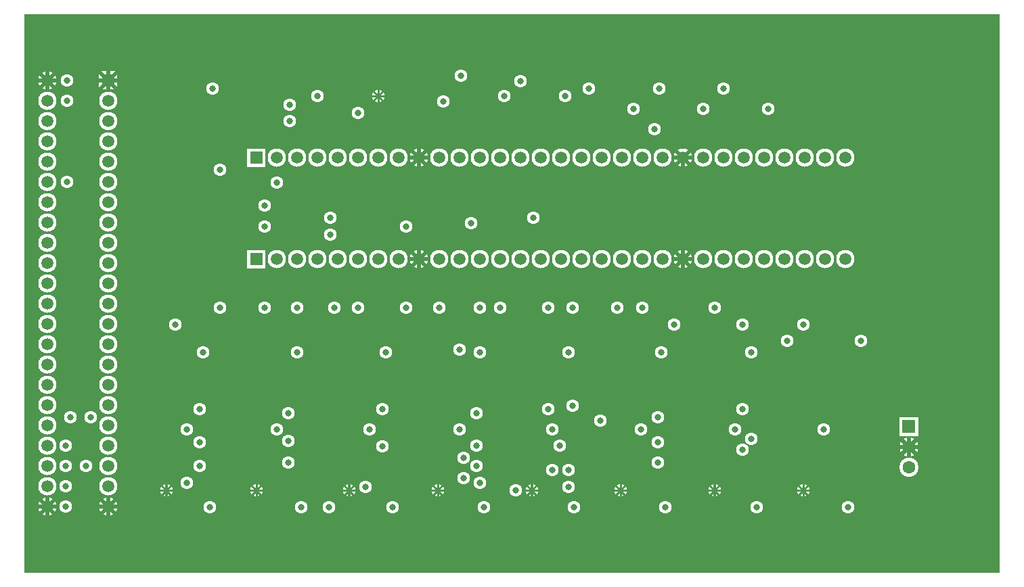
<source format=gbr>
%FSLAX34Y34*%
%MOMM*%
%LNCOPPER_INNER1*%
G71*
G01*
%ADD10C,2.400*%
%ADD11C,1.600*%
%ADD12C,2.300*%
%ADD13C,0.533*%
%ADD14C,0.267*%
%ADD15C,0.500*%
%ADD16C,1.600*%
%ADD17C,0.800*%
%ADD18C,1.500*%
%LPD*%
G36*
X0Y800000D02*
X1220000Y800000D01*
X1220000Y100000D01*
X0Y100000D01*
X0Y800000D01*
G37*
%LPC*%
G36*
X1094488Y295369D02*
X1118488Y295369D01*
X1118488Y271369D01*
X1094488Y271369D01*
X1094488Y295369D01*
G37*
X1106488Y257969D02*
G54D10*
D03*
X1106488Y232569D02*
G54D10*
D03*
X366712Y696913D02*
G54D11*
D03*
X442912Y696913D02*
G54D11*
D03*
X546100Y722312D02*
G54D11*
D03*
X523875Y690562D02*
G54D11*
D03*
X600075Y696912D02*
G54D11*
D03*
X676275Y696912D02*
G54D11*
D03*
X620712Y715962D02*
G54D11*
D03*
X234950Y706438D02*
G54D11*
D03*
X331787Y685800D02*
G54D11*
D03*
X331788Y665956D02*
G54D11*
D03*
X417512Y676275D02*
G54D11*
D03*
X706438Y706438D02*
G54D11*
D03*
X762000Y681038D02*
G54D11*
D03*
X793750Y706438D02*
G54D11*
D03*
X849312Y681038D02*
G54D11*
D03*
X874712Y706438D02*
G54D11*
D03*
X930275Y681038D02*
G54D11*
D03*
X244475Y604838D02*
G54D11*
D03*
X315912Y588962D02*
G54D11*
D03*
X300831Y559594D02*
G54D11*
D03*
X300831Y533400D02*
G54D11*
D03*
X382588Y544512D02*
G54D11*
D03*
X382588Y523875D02*
G54D11*
D03*
X477838Y533400D02*
G54D11*
D03*
X558800Y538162D02*
G54D11*
D03*
X636588Y544512D02*
G54D11*
D03*
X974725Y411162D02*
G54D11*
D03*
X898525Y411162D02*
G54D11*
D03*
X812800Y411162D02*
G54D11*
D03*
X863600Y431800D02*
G54D11*
D03*
X954088Y390525D02*
G54D11*
D03*
X773112Y431800D02*
G54D11*
D03*
X741362Y431800D02*
G54D11*
D03*
X685800Y431800D02*
G54D11*
D03*
X655638Y431800D02*
G54D11*
D03*
X595312Y431800D02*
G54D11*
D03*
X569912Y431800D02*
G54D11*
D03*
X519112Y431800D02*
G54D11*
D03*
X477838Y431800D02*
G54D11*
D03*
X417512Y431800D02*
G54D11*
D03*
X387350Y431800D02*
G54D11*
D03*
X341312Y431800D02*
G54D11*
D03*
X300831Y431800D02*
G54D11*
D03*
X244475Y431800D02*
G54D11*
D03*
X188912Y411162D02*
G54D11*
D03*
X223838Y376237D02*
G54D11*
D03*
X341312Y376237D02*
G54D11*
D03*
X452438Y376237D02*
G54D11*
D03*
X544512Y379412D02*
G54D11*
D03*
X569912Y376237D02*
G54D11*
D03*
X681038Y376237D02*
G54D11*
D03*
X796925Y376237D02*
G54D11*
D03*
X909638Y376237D02*
G54D11*
D03*
X1046162Y390525D02*
G54D11*
D03*
X1000125Y279400D02*
G54D11*
D03*
X889000Y279400D02*
G54D11*
D03*
X909638Y268288D02*
G54D11*
D03*
X898525Y304800D02*
G54D11*
D03*
X974725Y203200D02*
G54D11*
D03*
X863600Y203200D02*
G54D11*
D03*
X792162Y295275D02*
G54D11*
D03*
X771525Y279400D02*
G54D11*
D03*
X792162Y238125D02*
G54D11*
D03*
X746125Y203200D02*
G54D11*
D03*
X801687Y182563D02*
G54D11*
D03*
X915987Y182563D02*
G54D11*
D03*
X687387Y182563D02*
G54D11*
D03*
X635000Y203200D02*
G54D11*
D03*
X1030287Y182563D02*
G54D11*
D03*
X681038Y207962D02*
G54D11*
D03*
X681038Y228600D02*
G54D11*
D03*
X685800Y309562D02*
G54D11*
D03*
X655638Y304800D02*
G54D11*
D03*
X720725Y290512D02*
G54D11*
D03*
X660400Y279400D02*
G54D11*
D03*
X660400Y228600D02*
G54D11*
D03*
X544512Y279400D02*
G54D11*
D03*
X549275Y244475D02*
G54D11*
D03*
X549275Y219075D02*
G54D11*
D03*
X565150Y300038D02*
G54D11*
D03*
X565150Y259556D02*
G54D11*
D03*
X565150Y234156D02*
G54D11*
D03*
X569912Y212725D02*
G54D11*
D03*
X574675Y182563D02*
G54D11*
D03*
X614362Y203200D02*
G54D11*
D03*
X792162Y263525D02*
G54D11*
D03*
X669925Y259556D02*
G54D11*
D03*
X447675Y258762D02*
G54D11*
D03*
X447675Y304800D02*
G54D11*
D03*
X460375Y182563D02*
G54D11*
D03*
X517525Y203200D02*
G54D11*
D03*
X431800Y279400D02*
G54D11*
D03*
X427038Y207962D02*
G54D11*
D03*
X406400Y203200D02*
G54D11*
D03*
X381000Y182562D02*
G54D11*
D03*
X346075Y182563D02*
G54D11*
D03*
X231775Y182563D02*
G54D11*
D03*
X290513Y203200D02*
G54D11*
D03*
X330200Y238125D02*
G54D11*
D03*
X330200Y265112D02*
G54D11*
D03*
X330200Y300038D02*
G54D11*
D03*
X315912Y279400D02*
G54D11*
D03*
X219075Y304800D02*
G54D11*
D03*
X219075Y263525D02*
G54D11*
D03*
X219075Y234156D02*
G54D11*
D03*
X203200Y212725D02*
G54D11*
D03*
X177800Y203200D02*
G54D11*
D03*
X203200Y279400D02*
G54D11*
D03*
X898525Y254000D02*
G54D11*
D03*
G36*
X278668Y504503D02*
X301668Y504503D01*
X301668Y481503D01*
X278668Y481503D01*
X278668Y504503D01*
G37*
X315568Y493003D02*
G54D12*
D03*
X340968Y493003D02*
G54D12*
D03*
X366368Y493003D02*
G54D12*
D03*
X391768Y493003D02*
G54D12*
D03*
X417168Y493003D02*
G54D12*
D03*
X442568Y493003D02*
G54D12*
D03*
X467968Y493003D02*
G54D12*
D03*
X493368Y493003D02*
G54D12*
D03*
X518768Y493003D02*
G54D12*
D03*
X544168Y493003D02*
G54D12*
D03*
X569568Y493003D02*
G54D12*
D03*
X594968Y493003D02*
G54D12*
D03*
X620368Y493003D02*
G54D12*
D03*
X645768Y493003D02*
G54D12*
D03*
X671168Y493003D02*
G54D12*
D03*
X696568Y493003D02*
G54D12*
D03*
X721968Y493003D02*
G54D12*
D03*
X747368Y493003D02*
G54D12*
D03*
X772768Y493003D02*
G54D12*
D03*
X798168Y493003D02*
G54D12*
D03*
X823568Y493003D02*
G54D12*
D03*
X848968Y493003D02*
G54D12*
D03*
X874368Y493003D02*
G54D12*
D03*
X899768Y493003D02*
G54D12*
D03*
X925168Y493003D02*
G54D12*
D03*
X950568Y493003D02*
G54D12*
D03*
X975968Y493003D02*
G54D12*
D03*
X1001368Y493003D02*
G54D12*
D03*
X1026767Y493003D02*
G54D12*
D03*
G36*
X278668Y631503D02*
X301668Y631503D01*
X301668Y608503D01*
X278668Y608503D01*
X278668Y631503D01*
G37*
X315568Y620003D02*
G54D12*
D03*
X340968Y620003D02*
G54D12*
D03*
X366368Y620003D02*
G54D12*
D03*
X391768Y620003D02*
G54D12*
D03*
X417168Y620003D02*
G54D12*
D03*
X442568Y620003D02*
G54D12*
D03*
X467968Y620003D02*
G54D12*
D03*
X493368Y620003D02*
G54D12*
D03*
X518768Y620003D02*
G54D12*
D03*
X544168Y620003D02*
G54D12*
D03*
X569568Y620003D02*
G54D12*
D03*
X594968Y620003D02*
G54D12*
D03*
X620368Y620003D02*
G54D12*
D03*
X645768Y620003D02*
G54D12*
D03*
X671168Y620003D02*
G54D12*
D03*
X696568Y620003D02*
G54D12*
D03*
X721968Y620003D02*
G54D12*
D03*
X747368Y620003D02*
G54D12*
D03*
X772768Y620003D02*
G54D12*
D03*
X798168Y620003D02*
G54D12*
D03*
X823567Y620003D02*
G54D12*
D03*
X848968Y620003D02*
G54D12*
D03*
X874368Y620003D02*
G54D12*
D03*
X899768Y620003D02*
G54D12*
D03*
X925168Y620003D02*
G54D12*
D03*
X950568Y620003D02*
G54D12*
D03*
X975968Y620003D02*
G54D12*
D03*
X1001368Y620003D02*
G54D12*
D03*
X1026767Y620003D02*
G54D12*
D03*
G36*
X116209Y728256D02*
X116209Y705256D01*
X93209Y705256D01*
X93209Y728256D01*
X116209Y728256D01*
G37*
X28510Y716756D02*
G54D12*
D03*
X104709Y691356D02*
G54D12*
D03*
X28510Y691356D02*
G54D12*
D03*
X104709Y665956D02*
G54D12*
D03*
X28509Y665956D02*
G54D12*
D03*
X104709Y640556D02*
G54D12*
D03*
X28509Y640556D02*
G54D12*
D03*
X104709Y615156D02*
G54D12*
D03*
X28509Y615156D02*
G54D12*
D03*
X104709Y589756D02*
G54D12*
D03*
X28509Y589756D02*
G54D12*
D03*
X104709Y564356D02*
G54D12*
D03*
X28509Y564356D02*
G54D12*
D03*
X104709Y538956D02*
G54D12*
D03*
X28509Y538956D02*
G54D12*
D03*
X104709Y513556D02*
G54D12*
D03*
X28509Y513556D02*
G54D12*
D03*
X104709Y488156D02*
G54D12*
D03*
X28509Y488156D02*
G54D12*
D03*
X104709Y462756D02*
G54D12*
D03*
X28509Y462756D02*
G54D12*
D03*
X104709Y437356D02*
G54D12*
D03*
X28509Y437356D02*
G54D12*
D03*
X104709Y411956D02*
G54D12*
D03*
X28509Y411956D02*
G54D12*
D03*
X104709Y386556D02*
G54D12*
D03*
X28509Y386556D02*
G54D12*
D03*
X104709Y361156D02*
G54D12*
D03*
X28509Y361156D02*
G54D12*
D03*
X104709Y335756D02*
G54D12*
D03*
X28509Y335756D02*
G54D12*
D03*
X104709Y310356D02*
G54D12*
D03*
X28509Y310356D02*
G54D12*
D03*
X104709Y284956D02*
G54D12*
D03*
X28509Y284956D02*
G54D12*
D03*
X104709Y259556D02*
G54D12*
D03*
X28509Y259556D02*
G54D12*
D03*
X104709Y234156D02*
G54D12*
D03*
X28509Y234156D02*
G54D12*
D03*
X104709Y208755D02*
G54D12*
D03*
X28510Y208755D02*
G54D12*
D03*
X104709Y183356D02*
G54D12*
D03*
X28510Y183356D02*
G54D12*
D03*
X788194Y655638D02*
G54D11*
D03*
X51594Y208756D02*
G54D11*
D03*
X51594Y183356D02*
G54D11*
D03*
X51594Y234156D02*
G54D11*
D03*
X51594Y259556D02*
G54D11*
D03*
X76994Y234156D02*
G54D11*
D03*
X57150Y295275D02*
G54D11*
D03*
X82550Y295275D02*
G54D11*
D03*
X53181Y716756D02*
G54D11*
D03*
X53181Y691356D02*
G54D11*
D03*
X53181Y589756D02*
G54D11*
D03*
%LPD*%
G54D13*
G36*
X1103821Y257969D02*
X1103821Y270469D01*
X1109155Y270469D01*
X1109155Y257969D01*
X1103821Y257969D01*
G37*
G36*
X1104602Y259855D02*
X1113441Y268693D01*
X1117212Y264922D01*
X1108374Y256083D01*
X1104602Y259855D01*
G37*
G36*
X1106488Y260636D02*
X1118988Y260636D01*
X1118988Y255302D01*
X1106488Y255302D01*
X1106488Y260636D01*
G37*
G36*
X1108374Y259855D02*
X1117212Y251016D01*
X1113441Y247245D01*
X1104602Y256083D01*
X1108374Y259855D01*
G37*
G36*
X1109155Y257969D02*
X1109155Y245469D01*
X1103821Y245469D01*
X1103821Y257969D01*
X1109155Y257969D01*
G37*
G36*
X1108374Y256083D02*
X1099535Y247245D01*
X1095764Y251016D01*
X1104602Y259855D01*
X1108374Y256083D01*
G37*
G36*
X1106488Y255302D02*
X1093988Y255302D01*
X1093988Y260636D01*
X1106488Y260636D01*
X1106488Y255302D01*
G37*
G36*
X1104602Y256083D02*
X1095764Y264922D01*
X1099535Y268693D01*
X1108374Y259855D01*
X1104602Y256083D01*
G37*
G54D14*
G54D14*
G36*
X441579Y696913D02*
X441579Y705413D01*
X444245Y705413D01*
X444245Y696913D01*
X441579Y696913D01*
G37*
G36*
X441969Y697856D02*
X447980Y703866D01*
X449865Y701981D01*
X443855Y695970D01*
X441969Y697856D01*
G37*
G36*
X442912Y698246D02*
X451412Y698246D01*
X451412Y695580D01*
X442912Y695580D01*
X442912Y698246D01*
G37*
G36*
X443855Y697856D02*
X449865Y691845D01*
X447980Y689960D01*
X441969Y695970D01*
X443855Y697856D01*
G37*
G36*
X444245Y696913D02*
X444245Y688413D01*
X441579Y688413D01*
X441579Y696913D01*
X444245Y696913D01*
G37*
G36*
X443855Y695970D02*
X437844Y689960D01*
X435959Y691845D01*
X441969Y697856D01*
X443855Y695970D01*
G37*
G36*
X442912Y695580D02*
X434412Y695580D01*
X434412Y698246D01*
X442912Y698246D01*
X442912Y695580D01*
G37*
G36*
X441969Y695970D02*
X435959Y701981D01*
X437844Y703866D01*
X443855Y697856D01*
X441969Y695970D01*
G37*
G54D14*
G54D14*
G54D14*
G54D14*
G54D14*
G54D14*
G54D14*
G54D14*
G54D14*
G36*
X973392Y203200D02*
X973392Y211700D01*
X976058Y211700D01*
X976058Y203200D01*
X973392Y203200D01*
G37*
G36*
X973782Y204143D02*
X979793Y210153D01*
X981678Y208268D01*
X975668Y202257D01*
X973782Y204143D01*
G37*
G36*
X974725Y204533D02*
X983225Y204533D01*
X983225Y201867D01*
X974725Y201867D01*
X974725Y204533D01*
G37*
G36*
X975668Y204143D02*
X981678Y198132D01*
X979793Y196247D01*
X973782Y202257D01*
X975668Y204143D01*
G37*
G36*
X976058Y203200D02*
X976058Y194700D01*
X973392Y194700D01*
X973392Y203200D01*
X976058Y203200D01*
G37*
G36*
X975668Y202257D02*
X969657Y196247D01*
X967772Y198132D01*
X973782Y204143D01*
X975668Y202257D01*
G37*
G36*
X974725Y201867D02*
X966225Y201867D01*
X966225Y204533D01*
X974725Y204533D01*
X974725Y201867D01*
G37*
G36*
X973782Y202257D02*
X967772Y208268D01*
X969657Y210153D01*
X975668Y204143D01*
X973782Y202257D01*
G37*
G54D14*
G36*
X862267Y203200D02*
X862267Y211700D01*
X864933Y211700D01*
X864933Y203200D01*
X862267Y203200D01*
G37*
G36*
X862657Y204143D02*
X868668Y210153D01*
X870553Y208268D01*
X864543Y202257D01*
X862657Y204143D01*
G37*
G36*
X863600Y204533D02*
X872100Y204533D01*
X872100Y201867D01*
X863600Y201867D01*
X863600Y204533D01*
G37*
G36*
X864543Y204143D02*
X870553Y198132D01*
X868668Y196247D01*
X862657Y202257D01*
X864543Y204143D01*
G37*
G36*
X864933Y203200D02*
X864933Y194700D01*
X862267Y194700D01*
X862267Y203200D01*
X864933Y203200D01*
G37*
G36*
X864543Y202257D02*
X858532Y196247D01*
X856647Y198132D01*
X862657Y204143D01*
X864543Y202257D01*
G37*
G36*
X863600Y201867D02*
X855100Y201867D01*
X855100Y204533D01*
X863600Y204533D01*
X863600Y201867D01*
G37*
G36*
X862657Y202257D02*
X856647Y208268D01*
X858532Y210153D01*
X864543Y204143D01*
X862657Y202257D01*
G37*
G54D14*
G36*
X744792Y203200D02*
X744792Y211700D01*
X747458Y211700D01*
X747458Y203200D01*
X744792Y203200D01*
G37*
G36*
X745182Y204143D02*
X751193Y210153D01*
X753078Y208268D01*
X747068Y202257D01*
X745182Y204143D01*
G37*
G36*
X746125Y204533D02*
X754625Y204533D01*
X754625Y201867D01*
X746125Y201867D01*
X746125Y204533D01*
G37*
G36*
X747068Y204143D02*
X753078Y198132D01*
X751193Y196247D01*
X745182Y202257D01*
X747068Y204143D01*
G37*
G36*
X747458Y203200D02*
X747458Y194700D01*
X744792Y194700D01*
X744792Y203200D01*
X747458Y203200D01*
G37*
G36*
X747068Y202257D02*
X741057Y196247D01*
X739172Y198132D01*
X745182Y204143D01*
X747068Y202257D01*
G37*
G36*
X746125Y201867D02*
X737625Y201867D01*
X737625Y204533D01*
X746125Y204533D01*
X746125Y201867D01*
G37*
G36*
X745182Y202257D02*
X739172Y208268D01*
X741057Y210153D01*
X747068Y204143D01*
X745182Y202257D01*
G37*
G54D14*
G54D14*
G54D14*
G54D14*
G36*
X633667Y203200D02*
X633667Y211700D01*
X636333Y211700D01*
X636333Y203200D01*
X633667Y203200D01*
G37*
G36*
X634057Y204143D02*
X640068Y210153D01*
X641953Y208268D01*
X635943Y202257D01*
X634057Y204143D01*
G37*
G36*
X635000Y204533D02*
X643500Y204533D01*
X643500Y201867D01*
X635000Y201867D01*
X635000Y204533D01*
G37*
G36*
X635943Y204143D02*
X641953Y198132D01*
X640068Y196247D01*
X634057Y202257D01*
X635943Y204143D01*
G37*
G36*
X636333Y203200D02*
X636333Y194700D01*
X633667Y194700D01*
X633667Y203200D01*
X636333Y203200D01*
G37*
G36*
X635943Y202257D02*
X629932Y196247D01*
X628047Y198132D01*
X634057Y204143D01*
X635943Y202257D01*
G37*
G36*
X635000Y201867D02*
X626500Y201867D01*
X626500Y204533D01*
X635000Y204533D01*
X635000Y201867D01*
G37*
G36*
X634057Y202257D02*
X628047Y208268D01*
X629932Y210153D01*
X635943Y204143D01*
X634057Y202257D01*
G37*
G54D14*
G54D14*
G54D14*
G54D14*
G36*
X516192Y203200D02*
X516192Y211700D01*
X518858Y211700D01*
X518858Y203200D01*
X516192Y203200D01*
G37*
G36*
X516582Y204143D02*
X522593Y210153D01*
X524478Y208268D01*
X518468Y202257D01*
X516582Y204143D01*
G37*
G36*
X517525Y204533D02*
X526025Y204533D01*
X526025Y201867D01*
X517525Y201867D01*
X517525Y204533D01*
G37*
G36*
X518468Y204143D02*
X524478Y198132D01*
X522593Y196247D01*
X516582Y202257D01*
X518468Y204143D01*
G37*
G36*
X518858Y203200D02*
X518858Y194700D01*
X516192Y194700D01*
X516192Y203200D01*
X518858Y203200D01*
G37*
G36*
X518468Y202257D02*
X512457Y196247D01*
X510572Y198132D01*
X516582Y204143D01*
X518468Y202257D01*
G37*
G36*
X517525Y201867D02*
X509025Y201867D01*
X509025Y204533D01*
X517525Y204533D01*
X517525Y201867D01*
G37*
G36*
X516582Y202257D02*
X510572Y208268D01*
X512457Y210153D01*
X518468Y204143D01*
X516582Y202257D01*
G37*
G54D14*
G36*
X405067Y203200D02*
X405067Y211700D01*
X407733Y211700D01*
X407733Y203200D01*
X405067Y203200D01*
G37*
G36*
X405457Y204143D02*
X411468Y210153D01*
X413353Y208268D01*
X407343Y202257D01*
X405457Y204143D01*
G37*
G36*
X406400Y204533D02*
X414900Y204533D01*
X414900Y201867D01*
X406400Y201867D01*
X406400Y204533D01*
G37*
G36*
X407343Y204143D02*
X413353Y198132D01*
X411468Y196247D01*
X405457Y202257D01*
X407343Y204143D01*
G37*
G36*
X407733Y203200D02*
X407733Y194700D01*
X405067Y194700D01*
X405067Y203200D01*
X407733Y203200D01*
G37*
G36*
X407343Y202257D02*
X401332Y196247D01*
X399447Y198132D01*
X405457Y204143D01*
X407343Y202257D01*
G37*
G36*
X406400Y201867D02*
X397900Y201867D01*
X397900Y204533D01*
X406400Y204533D01*
X406400Y201867D01*
G37*
G36*
X405457Y202257D02*
X399447Y208268D01*
X401332Y210153D01*
X407343Y204143D01*
X405457Y202257D01*
G37*
G54D14*
G54D14*
G54D14*
G36*
X289180Y203200D02*
X289180Y211700D01*
X291846Y211700D01*
X291846Y203200D01*
X289180Y203200D01*
G37*
G36*
X289570Y204143D02*
X295581Y210153D01*
X297466Y208268D01*
X291456Y202257D01*
X289570Y204143D01*
G37*
G36*
X290513Y204533D02*
X299013Y204533D01*
X299013Y201867D01*
X290513Y201867D01*
X290513Y204533D01*
G37*
G36*
X291456Y204143D02*
X297466Y198132D01*
X295581Y196247D01*
X289570Y202257D01*
X291456Y204143D01*
G37*
G36*
X291846Y203200D02*
X291846Y194700D01*
X289180Y194700D01*
X289180Y203200D01*
X291846Y203200D01*
G37*
G36*
X291456Y202257D02*
X285445Y196247D01*
X283560Y198132D01*
X289570Y204143D01*
X291456Y202257D01*
G37*
G36*
X290513Y201867D02*
X282013Y201867D01*
X282013Y204533D01*
X290513Y204533D01*
X290513Y201867D01*
G37*
G36*
X289570Y202257D02*
X283560Y208268D01*
X285445Y210153D01*
X291456Y204143D01*
X289570Y202257D01*
G37*
G54D14*
G36*
X176467Y203200D02*
X176467Y211700D01*
X179133Y211700D01*
X179133Y203200D01*
X176467Y203200D01*
G37*
G36*
X176857Y204143D02*
X182868Y210153D01*
X184753Y208268D01*
X178743Y202257D01*
X176857Y204143D01*
G37*
G36*
X177800Y204533D02*
X186300Y204533D01*
X186300Y201867D01*
X177800Y201867D01*
X177800Y204533D01*
G37*
G36*
X178743Y204143D02*
X184753Y198132D01*
X182868Y196247D01*
X176857Y202257D01*
X178743Y204143D01*
G37*
G36*
X179133Y203200D02*
X179133Y194700D01*
X176467Y194700D01*
X176467Y203200D01*
X179133Y203200D01*
G37*
G36*
X178743Y202257D02*
X172732Y196247D01*
X170847Y198132D01*
X176857Y204143D01*
X178743Y202257D01*
G37*
G36*
X177800Y201867D02*
X169300Y201867D01*
X169300Y204533D01*
X177800Y204533D01*
X177800Y201867D01*
G37*
G36*
X176857Y202257D02*
X170847Y208268D01*
X172732Y210153D01*
X178743Y204143D01*
X176857Y202257D01*
G37*
G54D15*
G54D15*
G36*
X490868Y493003D02*
X490868Y505003D01*
X495868Y505003D01*
X495868Y493003D01*
X490868Y493003D01*
G37*
G36*
X491600Y494771D02*
X500086Y503256D01*
X503621Y499720D01*
X495136Y491235D01*
X491600Y494771D01*
G37*
G36*
X493368Y495503D02*
X505368Y495503D01*
X505368Y490503D01*
X493368Y490503D01*
X493368Y495503D01*
G37*
G36*
X495136Y494771D02*
X503621Y486285D01*
X500086Y482750D01*
X491600Y491235D01*
X495136Y494771D01*
G37*
G36*
X495868Y493003D02*
X495868Y481003D01*
X490868Y481003D01*
X490868Y493003D01*
X495868Y493003D01*
G37*
G36*
X495136Y491235D02*
X486651Y482750D01*
X483115Y486285D01*
X491600Y494771D01*
X495136Y491235D01*
G37*
G36*
X493368Y490503D02*
X481368Y490503D01*
X481368Y495503D01*
X493368Y495503D01*
X493368Y490503D01*
G37*
G36*
X491600Y491235D02*
X483115Y499720D01*
X486651Y503256D01*
X495136Y494771D01*
X491600Y491235D01*
G37*
G54D15*
G36*
X821068Y493003D02*
X821068Y505003D01*
X826068Y505003D01*
X826068Y493003D01*
X821068Y493003D01*
G37*
G36*
X821800Y494771D02*
X830286Y503256D01*
X833821Y499721D01*
X825336Y491235D01*
X821800Y494771D01*
G37*
G36*
X823568Y495503D02*
X835568Y495503D01*
X835568Y490503D01*
X823568Y490503D01*
X823568Y495503D01*
G37*
G36*
X825336Y494771D02*
X833821Y486285D01*
X830286Y482750D01*
X821800Y491235D01*
X825336Y494771D01*
G37*
G36*
X826068Y493003D02*
X826068Y481003D01*
X821068Y481003D01*
X821068Y493003D01*
X826068Y493003D01*
G37*
G36*
X825336Y491235D02*
X816850Y482750D01*
X813315Y486285D01*
X821800Y494771D01*
X825336Y491235D01*
G37*
G36*
X823568Y490503D02*
X811568Y490503D01*
X811568Y495503D01*
X823568Y495503D01*
X823568Y490503D01*
G37*
G36*
X821800Y491235D02*
X813315Y499721D01*
X816850Y503256D01*
X825336Y494771D01*
X821800Y491235D01*
G37*
G54D15*
G54D15*
G54D15*
G36*
X490868Y620003D02*
X490868Y632003D01*
X495868Y632003D01*
X495868Y620003D01*
X490868Y620003D01*
G37*
G36*
X491600Y621771D02*
X500086Y630256D01*
X503621Y626720D01*
X495136Y618235D01*
X491600Y621771D01*
G37*
G36*
X493368Y622503D02*
X505368Y622503D01*
X505368Y617503D01*
X493368Y617503D01*
X493368Y622503D01*
G37*
G36*
X495136Y621771D02*
X503621Y613285D01*
X500086Y609750D01*
X491600Y618235D01*
X495136Y621771D01*
G37*
G36*
X495868Y620003D02*
X495868Y608003D01*
X490868Y608003D01*
X490868Y620003D01*
X495868Y620003D01*
G37*
G36*
X495136Y618235D02*
X486651Y609750D01*
X483115Y613285D01*
X491600Y621771D01*
X495136Y618235D01*
G37*
G36*
X493368Y617503D02*
X481368Y617503D01*
X481368Y622503D01*
X493368Y622503D01*
X493368Y617503D01*
G37*
G36*
X491600Y618235D02*
X483115Y626720D01*
X486651Y630256D01*
X495136Y621771D01*
X491600Y618235D01*
G37*
G54D15*
G36*
X821800Y621771D02*
X830285Y630256D01*
X833820Y626720D01*
X825335Y618235D01*
X821800Y621771D01*
G37*
G36*
X823567Y622503D02*
X835567Y622503D01*
X835567Y617503D01*
X823567Y617503D01*
X823567Y622503D01*
G37*
G36*
X825335Y621771D02*
X833820Y613285D01*
X830285Y609750D01*
X821800Y618235D01*
X825335Y621771D01*
G37*
G36*
X826067Y620003D02*
X826067Y608003D01*
X821067Y608003D01*
X821067Y620003D01*
X826067Y620003D01*
G37*
G36*
X825335Y618235D02*
X816850Y609750D01*
X813314Y613285D01*
X821800Y621771D01*
X825335Y618235D01*
G37*
G36*
X823567Y617503D02*
X811567Y617503D01*
X811567Y622503D01*
X823567Y622503D01*
X823567Y617503D01*
G37*
G36*
X821800Y618235D02*
X813314Y626720D01*
X816850Y630256D01*
X825335Y621771D01*
X821800Y618235D01*
G37*
G54D15*
G54D15*
G36*
X104709Y719256D02*
X116709Y719256D01*
X116709Y714256D01*
X104709Y714256D01*
X104709Y719256D01*
G37*
G36*
X106477Y718524D02*
X118330Y706670D01*
X114795Y703135D01*
X102941Y714988D01*
X106477Y718524D01*
G37*
G36*
X107209Y716756D02*
X107209Y704756D01*
X102209Y704756D01*
X102209Y716756D01*
X107209Y716756D01*
G37*
G36*
X106477Y714988D02*
X94623Y703135D01*
X91087Y706670D01*
X102941Y718524D01*
X106477Y714988D01*
G37*
G36*
X104709Y714256D02*
X92709Y714256D01*
X92709Y719256D01*
X104709Y719256D01*
X104709Y714256D01*
G37*
G36*
X102941Y714988D02*
X91087Y726842D01*
X94623Y730378D01*
X106477Y718524D01*
X102941Y714988D01*
G37*
G36*
X102209Y716756D02*
X102209Y728756D01*
X107209Y728756D01*
X107209Y716756D01*
X102209Y716756D01*
G37*
G36*
X102941Y718524D02*
X114795Y730378D01*
X118330Y726842D01*
X106477Y714988D01*
X102941Y718524D01*
G37*
G54D15*
G36*
X28510Y719256D02*
X40510Y719256D01*
X40510Y714256D01*
X28510Y714256D01*
X28510Y719256D01*
G37*
G36*
X30277Y718524D02*
X38763Y710039D01*
X35227Y706503D01*
X26742Y714988D01*
X30277Y718524D01*
G37*
G36*
X31010Y716756D02*
X31010Y704756D01*
X26010Y704756D01*
X26010Y716756D01*
X31010Y716756D01*
G37*
G36*
X30277Y714988D02*
X21792Y706503D01*
X18257Y710039D01*
X26742Y718524D01*
X30277Y714988D01*
G37*
G36*
X28510Y714256D02*
X16510Y714256D01*
X16510Y719256D01*
X28510Y719256D01*
X28510Y714256D01*
G37*
G36*
X26742Y714988D02*
X18257Y723474D01*
X21792Y727009D01*
X30277Y718524D01*
X26742Y714988D01*
G37*
G36*
X26010Y716756D02*
X26010Y728756D01*
X31010Y728756D01*
X31010Y716756D01*
X26010Y716756D01*
G37*
G36*
X26742Y718524D02*
X35227Y727009D01*
X38763Y723474D01*
X30277Y714988D01*
X26742Y718524D01*
G37*
G54D15*
G54D15*
G54D15*
G54D15*
G54D15*
G36*
X104709Y185856D02*
X116709Y185856D01*
X116709Y180856D01*
X104709Y180856D01*
X104709Y185856D01*
G37*
G36*
X106477Y185124D02*
X114962Y176639D01*
X111426Y173103D01*
X102941Y181588D01*
X106477Y185124D01*
G37*
G36*
X107209Y183356D02*
X107209Y171356D01*
X102209Y171356D01*
X102209Y183356D01*
X107209Y183356D01*
G37*
G36*
X106477Y181588D02*
X97991Y173103D01*
X94456Y176639D01*
X102941Y185124D01*
X106477Y181588D01*
G37*
G36*
X104709Y180856D02*
X92709Y180856D01*
X92709Y185856D01*
X104709Y185856D01*
X104709Y180856D01*
G37*
G36*
X102941Y181588D02*
X94456Y190074D01*
X97991Y193609D01*
X106477Y185124D01*
X102941Y181588D01*
G37*
G36*
X102209Y183356D02*
X102209Y195356D01*
X107209Y195356D01*
X107209Y183356D01*
X102209Y183356D01*
G37*
G36*
X102941Y185124D02*
X111426Y193609D01*
X114962Y190074D01*
X106477Y181588D01*
X102941Y185124D01*
G37*
G54D15*
G36*
X28510Y185856D02*
X40510Y185856D01*
X40510Y180856D01*
X28510Y180856D01*
X28510Y185856D01*
G37*
G36*
X30277Y185124D02*
X38763Y176639D01*
X35227Y173103D01*
X26742Y181588D01*
X30277Y185124D01*
G37*
G36*
X31010Y183356D02*
X31010Y171356D01*
X26010Y171356D01*
X26010Y183356D01*
X31010Y183356D01*
G37*
G36*
X30277Y181588D02*
X21792Y173103D01*
X18257Y176639D01*
X26742Y185124D01*
X30277Y181588D01*
G37*
G36*
X28510Y180856D02*
X16510Y180856D01*
X16510Y185856D01*
X28510Y185856D01*
X28510Y180856D01*
G37*
G36*
X26742Y181588D02*
X18257Y190074D01*
X21792Y193609D01*
X30277Y185124D01*
X26742Y181588D01*
G37*
G36*
X26010Y183356D02*
X26010Y195356D01*
X31010Y195356D01*
X31010Y183356D01*
X26010Y183356D01*
G37*
G36*
X26742Y185124D02*
X35227Y193609D01*
X38763Y190074D01*
X30277Y181588D01*
X26742Y185124D01*
G37*
G36*
X1098488Y291369D02*
X1114488Y291369D01*
X1114488Y275369D01*
X1098488Y275369D01*
X1098488Y291369D01*
G37*
X1106488Y257969D02*
G54D16*
D03*
X1106488Y232569D02*
G54D16*
D03*
X366712Y696913D02*
G54D17*
D03*
X442912Y696913D02*
G54D17*
D03*
X546100Y722312D02*
G54D17*
D03*
X523875Y690562D02*
G54D17*
D03*
X600075Y696912D02*
G54D17*
D03*
X676275Y696912D02*
G54D17*
D03*
X620712Y715962D02*
G54D17*
D03*
X234950Y706438D02*
G54D17*
D03*
X331787Y685800D02*
G54D17*
D03*
X331788Y665956D02*
G54D17*
D03*
X417512Y676275D02*
G54D17*
D03*
X706438Y706438D02*
G54D17*
D03*
X762000Y681038D02*
G54D17*
D03*
X793750Y706438D02*
G54D17*
D03*
X849312Y681038D02*
G54D17*
D03*
X874712Y706438D02*
G54D17*
D03*
X930275Y681038D02*
G54D17*
D03*
X244475Y604838D02*
G54D17*
D03*
X315912Y588962D02*
G54D17*
D03*
X300831Y559594D02*
G54D17*
D03*
X300831Y533400D02*
G54D17*
D03*
X382588Y544512D02*
G54D17*
D03*
X382588Y523875D02*
G54D17*
D03*
X477838Y533400D02*
G54D17*
D03*
X558800Y538162D02*
G54D17*
D03*
X636588Y544512D02*
G54D17*
D03*
X974725Y411162D02*
G54D17*
D03*
X898525Y411162D02*
G54D17*
D03*
X812800Y411162D02*
G54D17*
D03*
X863600Y431800D02*
G54D17*
D03*
X954088Y390525D02*
G54D17*
D03*
X773112Y431800D02*
G54D17*
D03*
X741362Y431800D02*
G54D17*
D03*
X685800Y431800D02*
G54D17*
D03*
X655638Y431800D02*
G54D17*
D03*
X595312Y431800D02*
G54D17*
D03*
X569912Y431800D02*
G54D17*
D03*
X519112Y431800D02*
G54D17*
D03*
X477838Y431800D02*
G54D17*
D03*
X417512Y431800D02*
G54D17*
D03*
X387350Y431800D02*
G54D17*
D03*
X341312Y431800D02*
G54D17*
D03*
X300831Y431800D02*
G54D17*
D03*
X244475Y431800D02*
G54D17*
D03*
X188912Y411162D02*
G54D17*
D03*
X223838Y376237D02*
G54D17*
D03*
X341312Y376237D02*
G54D17*
D03*
X452438Y376237D02*
G54D17*
D03*
X544512Y379412D02*
G54D17*
D03*
X569912Y376237D02*
G54D17*
D03*
X681038Y376237D02*
G54D17*
D03*
X796925Y376237D02*
G54D17*
D03*
X909638Y376237D02*
G54D17*
D03*
X1046162Y390525D02*
G54D17*
D03*
X1000125Y279400D02*
G54D17*
D03*
X889000Y279400D02*
G54D17*
D03*
X909638Y268288D02*
G54D17*
D03*
X898525Y304800D02*
G54D17*
D03*
X974725Y203200D02*
G54D17*
D03*
X863600Y203200D02*
G54D17*
D03*
X792162Y295275D02*
G54D17*
D03*
X771525Y279400D02*
G54D17*
D03*
X792162Y238125D02*
G54D17*
D03*
X746125Y203200D02*
G54D17*
D03*
X801687Y182563D02*
G54D17*
D03*
X915987Y182563D02*
G54D17*
D03*
X687387Y182563D02*
G54D17*
D03*
X635000Y203200D02*
G54D17*
D03*
X1030287Y182563D02*
G54D17*
D03*
X681038Y207962D02*
G54D17*
D03*
X681038Y228600D02*
G54D17*
D03*
X685800Y309562D02*
G54D17*
D03*
X655638Y304800D02*
G54D17*
D03*
X720725Y290512D02*
G54D17*
D03*
X660400Y279400D02*
G54D17*
D03*
X660400Y228600D02*
G54D17*
D03*
X544512Y279400D02*
G54D17*
D03*
X549275Y244475D02*
G54D17*
D03*
X549275Y219075D02*
G54D17*
D03*
X565150Y300038D02*
G54D17*
D03*
X565150Y259556D02*
G54D17*
D03*
X565150Y234156D02*
G54D17*
D03*
X569912Y212725D02*
G54D17*
D03*
X574675Y182563D02*
G54D17*
D03*
X614362Y203200D02*
G54D17*
D03*
X792162Y263525D02*
G54D17*
D03*
X669925Y259556D02*
G54D17*
D03*
X447675Y258762D02*
G54D17*
D03*
X447675Y304800D02*
G54D17*
D03*
X460375Y182563D02*
G54D17*
D03*
X517525Y203200D02*
G54D17*
D03*
X431800Y279400D02*
G54D17*
D03*
X427038Y207962D02*
G54D17*
D03*
X406400Y203200D02*
G54D17*
D03*
X381000Y182562D02*
G54D17*
D03*
X346075Y182563D02*
G54D17*
D03*
X231775Y182563D02*
G54D17*
D03*
X290513Y203200D02*
G54D17*
D03*
X330200Y238125D02*
G54D17*
D03*
X330200Y265112D02*
G54D17*
D03*
X330200Y300038D02*
G54D17*
D03*
X315912Y279400D02*
G54D17*
D03*
X219075Y304800D02*
G54D17*
D03*
X219075Y263525D02*
G54D17*
D03*
X219075Y234156D02*
G54D17*
D03*
X203200Y212725D02*
G54D17*
D03*
X177800Y203200D02*
G54D17*
D03*
X203200Y279400D02*
G54D17*
D03*
X898525Y254000D02*
G54D17*
D03*
G36*
X282668Y500503D02*
X297668Y500503D01*
X297668Y485503D01*
X282668Y485503D01*
X282668Y500503D01*
G37*
X315568Y493003D02*
G54D18*
D03*
X340968Y493003D02*
G54D18*
D03*
X366368Y493003D02*
G54D18*
D03*
X391768Y493003D02*
G54D18*
D03*
X417168Y493003D02*
G54D18*
D03*
X442568Y493003D02*
G54D18*
D03*
X467968Y493003D02*
G54D18*
D03*
X493368Y493003D02*
G54D18*
D03*
X518768Y493003D02*
G54D18*
D03*
X544168Y493003D02*
G54D18*
D03*
X569568Y493003D02*
G54D18*
D03*
X594968Y493003D02*
G54D18*
D03*
X620368Y493003D02*
G54D18*
D03*
X645768Y493003D02*
G54D18*
D03*
X671168Y493003D02*
G54D18*
D03*
X696568Y493003D02*
G54D18*
D03*
X721968Y493003D02*
G54D18*
D03*
X747368Y493003D02*
G54D18*
D03*
X772768Y493003D02*
G54D18*
D03*
X798168Y493003D02*
G54D18*
D03*
X823568Y493003D02*
G54D18*
D03*
X848968Y493003D02*
G54D18*
D03*
X874368Y493003D02*
G54D18*
D03*
X899768Y493003D02*
G54D18*
D03*
X925168Y493003D02*
G54D18*
D03*
X950568Y493003D02*
G54D18*
D03*
X975968Y493003D02*
G54D18*
D03*
X1001368Y493003D02*
G54D18*
D03*
X1026767Y493003D02*
G54D18*
D03*
G36*
X282668Y627503D02*
X297668Y627503D01*
X297668Y612503D01*
X282668Y612503D01*
X282668Y627503D01*
G37*
X315568Y620003D02*
G54D18*
D03*
X340968Y620003D02*
G54D18*
D03*
X366368Y620003D02*
G54D18*
D03*
X391768Y620003D02*
G54D18*
D03*
X417168Y620003D02*
G54D18*
D03*
X442568Y620003D02*
G54D18*
D03*
X467968Y620003D02*
G54D18*
D03*
X493368Y620003D02*
G54D18*
D03*
X518768Y620003D02*
G54D18*
D03*
X544168Y620003D02*
G54D18*
D03*
X569568Y620003D02*
G54D18*
D03*
X594968Y620003D02*
G54D18*
D03*
X620368Y620003D02*
G54D18*
D03*
X645768Y620003D02*
G54D18*
D03*
X671168Y620003D02*
G54D18*
D03*
X696568Y620003D02*
G54D18*
D03*
X721968Y620003D02*
G54D18*
D03*
X747368Y620003D02*
G54D18*
D03*
X772768Y620003D02*
G54D18*
D03*
X798168Y620003D02*
G54D18*
D03*
X823567Y620003D02*
G54D18*
D03*
X848968Y620003D02*
G54D18*
D03*
X874368Y620003D02*
G54D18*
D03*
X899768Y620003D02*
G54D18*
D03*
X925168Y620003D02*
G54D18*
D03*
X950568Y620003D02*
G54D18*
D03*
X975968Y620003D02*
G54D18*
D03*
X1001368Y620003D02*
G54D18*
D03*
X1026767Y620003D02*
G54D18*
D03*
G36*
X112209Y724256D02*
X112209Y709256D01*
X97209Y709256D01*
X97209Y724256D01*
X112209Y724256D01*
G37*
X28510Y716756D02*
G54D18*
D03*
X104709Y691356D02*
G54D18*
D03*
X28510Y691356D02*
G54D18*
D03*
X104709Y665956D02*
G54D18*
D03*
X28509Y665956D02*
G54D18*
D03*
X104709Y640556D02*
G54D18*
D03*
X28509Y640556D02*
G54D18*
D03*
X104709Y615156D02*
G54D18*
D03*
X28509Y615156D02*
G54D18*
D03*
X104709Y589756D02*
G54D18*
D03*
X28509Y589756D02*
G54D18*
D03*
X104709Y564356D02*
G54D18*
D03*
X28509Y564356D02*
G54D18*
D03*
X104709Y538956D02*
G54D18*
D03*
X28509Y538956D02*
G54D18*
D03*
X104709Y513556D02*
G54D18*
D03*
X28509Y513556D02*
G54D18*
D03*
X104709Y488156D02*
G54D18*
D03*
X28509Y488156D02*
G54D18*
D03*
X104709Y462756D02*
G54D18*
D03*
X28509Y462756D02*
G54D18*
D03*
X104709Y437356D02*
G54D18*
D03*
X28509Y437356D02*
G54D18*
D03*
X104709Y411956D02*
G54D18*
D03*
X28509Y411956D02*
G54D18*
D03*
X104709Y386556D02*
G54D18*
D03*
X28509Y386556D02*
G54D18*
D03*
X104709Y361156D02*
G54D18*
D03*
X28509Y361156D02*
G54D18*
D03*
X104709Y335756D02*
G54D18*
D03*
X28509Y335756D02*
G54D18*
D03*
X104709Y310356D02*
G54D18*
D03*
X28509Y310356D02*
G54D18*
D03*
X104709Y284956D02*
G54D18*
D03*
X28509Y284956D02*
G54D18*
D03*
X104709Y259556D02*
G54D18*
D03*
X28509Y259556D02*
G54D18*
D03*
X104709Y234156D02*
G54D18*
D03*
X28509Y234156D02*
G54D18*
D03*
X104709Y208755D02*
G54D18*
D03*
X28510Y208755D02*
G54D18*
D03*
X104709Y183356D02*
G54D18*
D03*
X28510Y183356D02*
G54D18*
D03*
X788194Y655638D02*
G54D17*
D03*
X51594Y208756D02*
G54D17*
D03*
X51594Y183356D02*
G54D17*
D03*
X51594Y234156D02*
G54D17*
D03*
X51594Y259556D02*
G54D17*
D03*
X76994Y234156D02*
G54D17*
D03*
X57150Y295275D02*
G54D17*
D03*
X82550Y295275D02*
G54D17*
D03*
X53181Y716756D02*
G54D17*
D03*
X53181Y691356D02*
G54D17*
D03*
X53181Y589756D02*
G54D17*
D03*
M02*

</source>
